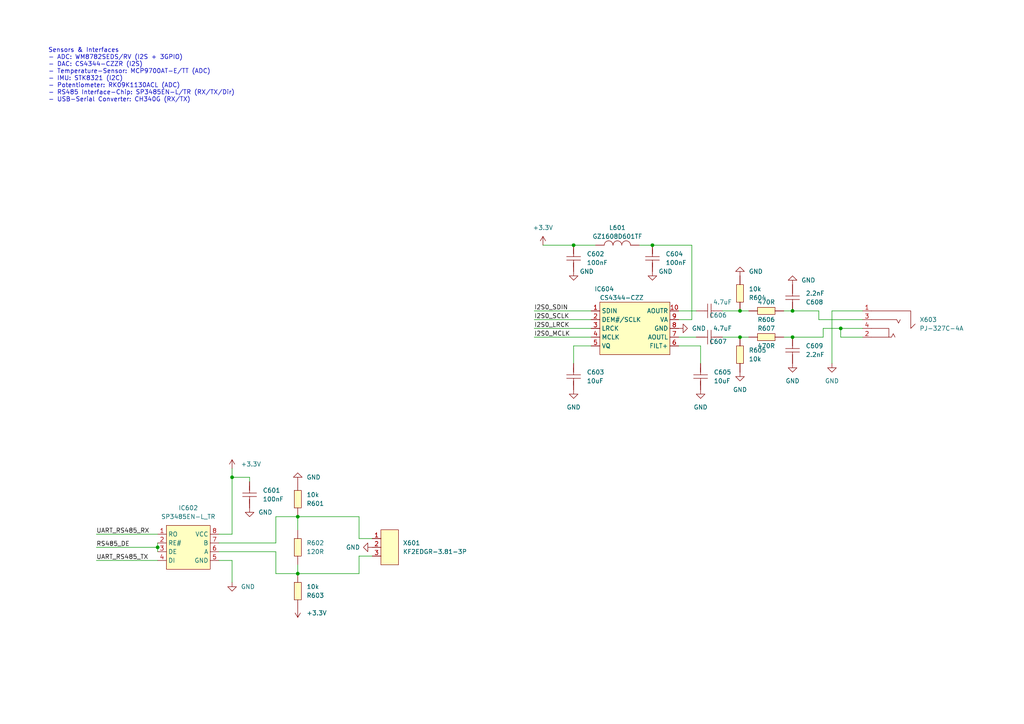
<source format=kicad_sch>
(kicad_sch (version 20211123) (generator eeschema)
  (paper "A4")
  (title_block (title "EduboardV2 Baseboard") (date "2022-06-05") (rev "1") (company "Juventus Technikerschule"))
  (lib_symbols
    (symbol "+3.3V_1" (power) (pin_names (offset 0))
      (property "Value" "+3.3V_1" (at 0 5.08 0))
      (symbol "+3.3V_1_0_1"
        (polyline (pts (xy -0.762 1.27) (xy 0 2.54)))
        (polyline (pts (xy 0 0) (xy 0 2.54)))
        (polyline (pts (xy 0 2.54) (xy 0.762 1.27)))
      )
      (symbol "+3.3V_1_1_1"
        (pin power_out line (at 0 0 90) (length 0) hide (name "+3.3V") (number "1"))
      )
    )
    (symbol "+3.3V_2" (power) (pin_names (offset 0))
      (property "Value" "+3.3V_2" (at 0 5.08 0))
      (symbol "+3.3V_2_0_1"
        (polyline (pts (xy -0.762 1.27) (xy 0 2.54)))
        (polyline (pts (xy 0 0) (xy 0 2.54)))
        (polyline (pts (xy 0 2.54) (xy 0.762 1.27)))
      )
      (symbol "+3.3V_2_1_1"
        (pin power_out line (at 0 0 90) (length 0) hide (name "+3.3V") (number "1"))
      )
    )
    (symbol "GND_1" (power) (pin_names (offset 0))
      (property "Value" "GND_1" (at 0 -5.08 0))
      (symbol "GND_1_0_1"
        (polyline (pts (xy 0 0) (xy 0 -1.27) (xy 1.27 -1.27) (xy 0 -2.54) (xy -1.27 -1.27) (xy 0 -1.27)))
      )
      (symbol "GND_1_1_1"
        (pin power_out line (at 0 0 270) (length 0) hide (name "GND") (number "1"))
      )
    )
    (symbol "GND_10" (power) (pin_names (offset 0))
      (property "Value" "GND_10" (at 0 -5.08 0))
      (symbol "GND_10_0_1"
        (polyline (pts (xy 0 0) (xy 0 -1.27) (xy 1.27 -1.27) (xy 0 -2.54) (xy -1.27 -1.27) (xy 0 -1.27)))
      )
      (symbol "GND_10_1_1"
        (pin power_out line (at 0 0 270) (length 0) hide (name "GND") (number "1"))
      )
    )
    (symbol "GND_11" (power) (pin_names (offset 0))
      (property "Value" "GND_11" (at 0 -5.08 0))
      (symbol "GND_11_0_1"
        (polyline (pts (xy 0 0) (xy 0 -1.27) (xy 1.27 -1.27) (xy 0 -2.54) (xy -1.27 -1.27) (xy 0 -1.27)))
      )
      (symbol "GND_11_1_1"
        (pin power_out line (at 0 0 270) (length 0) hide (name "GND") (number "1"))
      )
    )
    (symbol "GND_12" (power) (pin_names (offset 0))
      (property "Value" "GND_12" (at 0 -5.08 0))
      (symbol "GND_12_0_1"
        (polyline (pts (xy 0 0) (xy 0 -1.27) (xy 1.27 -1.27) (xy 0 -2.54) (xy -1.27 -1.27) (xy 0 -1.27)))
      )
      (symbol "GND_12_1_1"
        (pin power_out line (at 0 0 270) (length 0) hide (name "GND") (number "1"))
      )
    )
    (symbol "GND_13" (power) (pin_names (offset 0))
      (property "Value" "GND_13" (at 0 -5.08 0))
      (symbol "GND_13_0_1"
        (polyline (pts (xy 0 0) (xy 0 -1.27) (xy 1.27 -1.27) (xy 0 -2.54) (xy -1.27 -1.27) (xy 0 -1.27)))
      )
      (symbol "GND_13_1_1"
        (pin power_out line (at 0 0 270) (length 0) hide (name "GND") (number "1"))
      )
    )
    (symbol "GND_2" (power) (pin_names (offset 0))
      (property "Value" "GND_2" (at 0 -5.08 0))
      (symbol "GND_2_0_1"
        (polyline (pts (xy 0 0) (xy 0 -1.27) (xy 1.27 -1.27) (xy 0 -2.54) (xy -1.27 -1.27) (xy 0 -1.27)))
      )
      (symbol "GND_2_1_1"
        (pin power_out line (at 0 0 270) (length 0) hide (name "GND") (number "1"))
      )
    )
    (symbol "GND_3" (power) (pin_names (offset 0))
      (property "Value" "GND_3" (at 0 -5.08 0))
      (symbol "GND_3_0_1"
        (polyline (pts (xy 0 0) (xy 0 -1.27) (xy 1.27 -1.27) (xy 0 -2.54) (xy -1.27 -1.27) (xy 0 -1.27)))
      )
      (symbol "GND_3_1_1"
        (pin power_out line (at 0 0 270) (length 0) hide (name "GND") (number "1"))
      )
    )
    (symbol "GND_4" (power) (pin_names (offset 0))
      (property "Value" "GND_4" (at 0 -5.08 0))
      (symbol "GND_4_0_1"
        (polyline (pts (xy 0 0) (xy 0 -1.27) (xy 1.27 -1.27) (xy 0 -2.54) (xy -1.27 -1.27) (xy 0 -1.27)))
      )
      (symbol "GND_4_1_1"
        (pin power_out line (at 0 0 270) (length 0) hide (name "GND") (number "1"))
      )
    )
    (symbol "GND_5" (power) (pin_names (offset 0))
      (property "Value" "GND_5" (at 0 -5.08 0))
      (symbol "GND_5_0_1"
        (polyline (pts (xy 0 0) (xy 0 -1.27) (xy 1.27 -1.27) (xy 0 -2.54) (xy -1.27 -1.27) (xy 0 -1.27)))
      )
      (symbol "GND_5_1_1"
        (pin power_out line (at 0 0 270) (length 0) hide (name "GND") (number "1"))
      )
    )
    (symbol "GND_6" (power) (pin_names (offset 0))
      (property "Value" "GND_6" (at 0 -5.08 0))
      (symbol "GND_6_0_1"
        (polyline (pts (xy 0 0) (xy 0 -1.27) (xy 1.27 -1.27) (xy 0 -2.54) (xy -1.27 -1.27) (xy 0 -1.27)))
      )
      (symbol "GND_6_1_1"
        (pin power_out line (at 0 0 270) (length 0) hide (name "GND") (number "1"))
      )
    )
    (symbol "GND_7" (power) (pin_names (offset 0))
      (property "Value" "GND_7" (at 0 -5.08 0))
      (symbol "GND_7_0_1"
        (polyline (pts (xy 0 0) (xy 0 -1.27) (xy 1.27 -1.27) (xy 0 -2.54) (xy -1.27 -1.27) (xy 0 -1.27)))
      )
      (symbol "GND_7_1_1"
        (pin power_out line (at 0 0 270) (length 0) hide (name "GND") (number "1"))
      )
    )
    (symbol "GND_8" (power) (pin_names (offset 0))
      (property "Value" "GND_8" (at 0 -5.08 0))
      (symbol "GND_8_0_1"
        (polyline (pts (xy 0 0) (xy 0 -1.27) (xy 1.27 -1.27) (xy 0 -2.54) (xy -1.27 -1.27) (xy 0 -1.27)))
      )
      (symbol "GND_8_1_1"
        (pin power_out line (at 0 0 270) (length 0) hide (name "GND") (number "1"))
      )
    )
    (symbol "GND_9" (power) (pin_names (offset 0))
      (property "Value" "GND_9" (at 0 -5.08 0))
      (symbol "GND_9_0_1"
        (polyline (pts (xy 0 0) (xy 0 -1.27) (xy 1.27 -1.27) (xy 0 -2.54) (xy -1.27 -1.27) (xy 0 -1.27)))
      )
      (symbol "GND_9_1_1"
        (pin power_out line (at 0 0 270) (length 0) hide (name "GND") (number "1"))
      )
    )
    (symbol "eduboardv2:+3.3V" (power) (pin_names (offset 0))
      (property "Value" "+3.3V" (at 0 5.08 0))
      (symbol "+3.3V_0_1"
        (polyline (pts (xy -0.762 1.27) (xy 0 2.54)))
        (polyline (pts (xy 0 0) (xy 0 2.54)))
        (polyline (pts (xy 0 2.54) (xy 0.762 1.27)))
      )
      (symbol "+3.3V_1_1"
        (pin power_out line (at 0 0 90) (length 0) hide (name "+3.3V") (number "1"))
      )
    )
    (symbol "eduboardv2:0402B222K500NT" (pin_numbers hide) (pin_names hide)
      (property "Reference" "C?" (at 0 5.08 0))
      (property "Value" "0402B222K500NT" (at 0 -5.08 0))
      (symbol "0402B222K500NT_0_1"
        (polyline (pts (xy -1.27 0) (xy -0.508 0)))
        (polyline (pts (xy -0.508 2.032) (xy -0.508 -2.032)))
        (polyline (pts (xy 0.508 0) (xy 1.27 0)))
        (polyline (pts (xy 0.508 2.032) (xy 0.508 -2.032)))
        (pin passive line (at -3.81 0 0) (length 2.54) (name "1") (number "1"))
        (pin passive line (at 3.81 0 180) (length 2.54) (name "2") (number "2"))
      )
    )
    (symbol "eduboardv2:0402WGF1002TCE" (pin_numbers hide) (pin_names hide)
      (property "Reference" "R?" (at 0 5.08 0))
      (property "Value" "0402WGF1002TCE" (at 0 -5.08 0))
      (symbol "0402WGF1002TCE_0_1"
        (rectangle (start -2.54 1.02) (end 2.54 -1.02) (fill (type background)))
        (pin passive line (at -5.08 0 0) (length 2.54) (name "1") (number "1"))
        (pin passive line (at 5.08 0 180) (length 2.54) (name "2") (number "2"))
      )
    )
    (symbol "eduboardv2:0402WGF1200TCE" (pin_numbers hide) (pin_names hide)
      (property "Reference" "R?" (at 0 5.08 0))
      (property "Value" "0402WGF1200TCE" (at 0 -5.08 0))
      (symbol "0402WGF1200TCE_0_1"
        (rectangle (start -2.54 1.02) (end 2.54 -1.02) (fill (type background)))
        (pin passive line (at -5.08 0 0) (length 2.54) (name "1") (number "1"))
        (pin passive line (at 5.08 0 180) (length 2.54) (name "2") (number "2"))
      )
    )
    (symbol "eduboardv2:0402WGF4700TCE" (pin_numbers hide) (pin_names hide)
      (property "Reference" "R?" (at 0 5.08 0))
      (property "Value" "0402WGF4700TCE" (at 0 -5.08 0))
      (symbol "0402WGF4700TCE_0_1"
        (rectangle (start -2.54 1.02) (end 2.54 -1.02) (fill (type background)))
        (pin passive line (at -5.08 0 0) (length 2.54) (name "1") (number "1"))
        (pin passive line (at 5.08 0 180) (length 2.54) (name "2") (number "2"))
      )
    )
    (symbol "eduboardv2:CL05B104KB54PNC" (pin_numbers hide) (pin_names hide)
      (property "Reference" "C?" (at 0 5.08 0))
      (property "Value" "CL05B104KB54PNC" (at 0 -5.08 0))
      (symbol "CL05B104KB54PNC_0_1"
        (polyline (pts (xy -0.508 0) (xy -2.54 0)))
        (polyline (pts (xy -0.508 2.032) (xy -0.508 -2.032)))
        (polyline (pts (xy 0.508 -2.032) (xy 0.508 2.032)))
        (polyline (pts (xy 2.54 0) (xy 0.508 0)))
        (pin passive line (at -3.81 0 0) (length 2.54) (name "1") (number "1"))
        (pin passive line (at 3.81 0 180) (length 2.54) (name "2") (number "2"))
      )
    )
    (symbol "eduboardv2:CL10A106MA8NRNC" (pin_numbers hide) (pin_names hide)
      (property "Reference" "C?" (at 0 5.08 0))
      (property "Value" "CL10A106MA8NRNC" (at 0 -5.08 0))
      (symbol "CL10A106MA8NRNC_0_1"
        (polyline (pts (xy -0.508 -2.032) (xy -0.508 2.032)))
        (polyline (pts (xy -0.508 0) (xy -2.54 0)))
        (polyline (pts (xy 0.508 2.032) (xy 0.508 -2.032)))
        (polyline (pts (xy 2.54 0) (xy 0.508 0)))
        (pin passive line (at -3.81 0 0) (length 2.54) (name "1") (number "1"))
        (pin passive line (at 3.81 0 180) (length 2.54) (name "2") (number "2"))
      )
    )
    (symbol "eduboardv2:CL10A475KO8NNNC" (pin_numbers hide) (pin_names hide)
      (property "Reference" "C?" (at 0 5.08 0))
      (property "Value" "CL10A475KO8NNNC" (at 0 -5.08 0))
      (symbol "CL10A475KO8NNNC_0_1"
        (polyline (pts (xy -1.27 0) (xy -0.508 0)))
        (polyline (pts (xy -0.508 2.032) (xy -0.508 -2.032)))
        (polyline (pts (xy 0.508 0) (xy 1.27 0)))
        (polyline (pts (xy 0.508 2.032) (xy 0.508 -2.032)))
        (pin passive line (at -3.81 0 0) (length 2.54) (name "1") (number "1"))
        (pin passive line (at 3.81 0 180) (length 2.54) (name "2") (number "2"))
      )
    )
    (symbol "eduboardv2:CS4344-CZZ"
      (property "Reference" "U?" (at 0 10.16 0))
      (property "Value" "CS4344-CZZ" (at 0 -10.16 0))
      (symbol "CS4344-CZZ_0_1"
        (rectangle (start -10.16 7.62) (end 10.16 -7.62) (fill (type background)))
        (pin passive line (at -12.7 5.08 0) (length 2.54) (name "SDIN") (number "1"))
        (pin passive line (at 12.7 5.08 180) (length 2.54) (name "AOUTR") (number "10"))
        (pin passive line (at -12.7 2.54 0) (length 2.54) (name "DEM#/SCLK") (number "2"))
        (pin passive line (at -12.7 0 0) (length 2.54) (name "LRCK") (number "3"))
        (pin passive line (at -12.7 -2.54 0) (length 2.54) (name "MCLK") (number "4"))
        (pin passive line (at -12.7 -5.08 0) (length 2.54) (name "VQ") (number "5"))
        (pin passive line (at 12.7 -5.08 180) (length 2.54) (name "FILT+") (number "6"))
        (pin passive line (at 12.7 -2.54 180) (length 2.54) (name "AOUTL") (number "7"))
        (pin passive line (at 12.7 0 180) (length 2.54) (name "GND") (number "8"))
        (pin passive line (at 12.7 2.54 180) (length 2.54) (name "VA") (number "9"))
      )
    )
    (symbol "eduboardv2:GND" (power) (pin_names (offset 0))
      (property "Value" "GND" (at 0 -5.08 0))
      (symbol "GND_0_1"
        (polyline (pts (xy 0 0) (xy 0 -1.27) (xy 1.27 -1.27) (xy 0 -2.54) (xy -1.27 -1.27) (xy 0 -1.27)))
      )
      (symbol "GND_1_1"
        (pin power_out line (at 0 0 270) (length 0) hide (name "GND") (number "1"))
      )
    )
    (symbol "eduboardv2:GZ1608D601TF" (pin_numbers hide)
      (property "Reference" "L?" (at 0 5.08 0))
      (property "Value" "GZ1608D601TF" (at 0 -5.08 0))
      (symbol "GZ1608D601TF_0_1"
        (arc (start -2.54 1.2702) (mid -3.438 0.8981) (end -3.8099 0.0001))
        (arc (start -1.2699 0.0001) (mid -1.6419 0.8981) (end -2.5399 1.2701))
        (arc (start 0 1.2702) (mid -0.898 0.8981) (end -1.2699 0.0001))
        (arc (start 1.2701 0.0001) (mid 0.8981 0.8981) (end 0.0001 1.2701))
        (arc (start 2.54 1.2702) (mid 1.642 0.8981) (end 1.2701 0.0001))
        (arc (start 3.8101 0.0001) (mid 3.4381 0.8981) (end 2.5401 1.2701))
        (pin passive line (at -6.35 0 0) (length 2.54) (name "") (number "1"))
        (pin passive line (at 6.35 0 180) (length 2.54) (name "") (number "2"))
      )
    )
    (symbol "eduboardv2:KF2EDGR-3.81-3P" (pin_names hide)
      (property "Reference" "CN?" (at 0 7.62 0))
      (property "Value" "KF2EDGR-3.81-3P" (at 0 -7.62 0))
      (symbol "KF2EDGR-3.81-3P_0_1"
        (rectangle (start -2.54 5.08) (end 2.54 -5.08) (fill (type background)))
        (pin passive line (at -5.08 2.54 0) (length 2.54) (name "1") (number "1"))
        (pin passive line (at -5.08 0 0) (length 2.54) (name "2") (number "2"))
        (pin passive line (at -5.08 -2.54 0) (length 2.54) (name "3") (number "3"))
      )
    )
    (symbol "eduboardv2:PJ-327C-4A" (pin_names hide)
      (property "Reference" "Audio?" (at 0 7.62 0))
      (property "Value" "PJ-327C-4A" (at 0 -10.16 0))
      (symbol "PJ-327C-4A_0_1"
        (polyline (pts (xy 3.81 -5.08) (xy -2.032 -5.08) (xy -2.54 -4.064) (xy -3.048 -5.08)))
        (polyline (pts (xy 3.81 -2.54) (xy -0.762 -2.54) (xy -1.27 -2.54) (xy -1.27 -5.08)))
        (polyline (pts (xy 3.81 0) (xy -3.556 0) (xy -4.064 -1.016) (xy -4.572 0)))
        (polyline (pts (xy 3.81 2.54) (xy -7.62 2.54) (xy -7.62 -2.54) (xy -8.89 -1.27)))
        (pin passive line (at 6.35 2.54 180) (length 2.54) (name "1") (number "1"))
        (pin passive line (at 6.35 -5.08 180) (length 2.54) (name "2") (number "2"))
        (pin passive line (at 6.35 0 180) (length 2.54) (name "3") (number "3"))
        (pin passive line (at 6.35 -2.54 180) (length 2.54) (name "4") (number "4"))
      )
    )
    (symbol "eduboardv2:SP3485EN-L_TR"
      (property "Reference" "U?" (at 0 8.89 0))
      (property "Value" "SP3485EN-L/TR" (at 0 -8.89 0))
      (symbol "SP3485EN-L_TR_0_1"
        (rectangle (start -6.35 6.35) (end 6.35 -6.35) (fill (type background)))
        (pin passive line (at -8.89 3.81 0) (length 2.54) (name "RO") (number "1"))
        (pin passive line (at -8.89 1.27 0) (length 2.54) (name "RE#") (number "2"))
        (pin passive line (at -8.89 -1.27 0) (length 2.54) (name "DE") (number "3"))
        (pin passive line (at -8.89 -3.81 0) (length 2.54) (name "DI") (number "4"))
        (pin passive line (at 8.89 -3.81 180) (length 2.54) (name "GND") (number "5"))
        (pin passive line (at 8.89 -1.27 180) (length 2.54) (name "A") (number "6"))
        (pin passive line (at 8.89 1.27 180) (length 2.54) (name "B") (number "7"))
        (pin passive line (at 8.89 3.81 180) (length 2.54) (name "VCC") (number "8"))
      )
    )
  )
  (junction (at 229.87 90.17))
  (junction (at 67.31 138.43))
  (junction (at 243.84 95.25))
  (junction (at 86.36 149.86))
  (junction (at 166.37 71.12))
  (junction (at 229.87 97.79))
  (junction (at 189.23 71.12))
  (junction (at 214.63 90.17))
  (junction (at 86.36 166.37))
  (junction (at 45.72 158.75))
  (junction (at 214.63 97.79))
  (wire (pts (xy 63.5 154.94) (xy 67.31 154.94)))
  (wire (pts (xy 214.63 97.79) (xy 217.17 97.79)))
  (wire (pts (xy 237.49 90.17) (xy 229.87 90.17)))
  (wire (pts (xy 250.19 92.71) (xy 237.49 92.71)))
  (wire (pts (xy 238.76 97.79) (xy 229.87 97.79)))
  (wire (pts (xy 63.5 162.56) (xy 67.31 162.56)))
  (wire (pts (xy 214.63 90.17) (xy 217.17 90.17)))
  (wire (pts (xy 27.94 154.94) (xy 45.72 154.94)))
  (wire (pts (xy 166.37 71.12) (xy 172.72 71.12)))
  (wire (pts (xy 250.19 95.25) (xy 243.84 95.25)))
  (wire (pts (xy 27.94 162.56) (xy 45.72 162.56)))
  (wire (pts (xy 104.14 156.21) (xy 104.14 149.86)))
  (wire (pts (xy 67.31 162.56) (xy 67.31 168.91)))
  (wire (pts (xy 227.33 90.17) (xy 229.87 90.17)))
  (wire (pts (xy 107.95 161.29) (xy 104.14 161.29)))
  (wire (pts (xy 80.01 166.37) (xy 86.36 166.37)))
  (wire (pts (xy 104.14 161.29) (xy 104.14 166.37)))
  (wire (pts (xy 80.01 157.48) (xy 80.01 149.86)))
  (wire (pts (xy 154.94 95.25) (xy 171.45 95.25)))
  (wire (pts (xy 86.36 163.83) (xy 86.36 166.37)))
  (wire (pts (xy 196.85 97.79) (xy 201.93 97.79)))
  (wire (pts (xy 67.31 138.43) (xy 72.39 138.43)))
  (wire (pts (xy 80.01 149.86) (xy 86.36 149.86)))
  (wire (pts (xy 45.72 157.48) (xy 45.72 158.75)))
  (wire (pts (xy 238.76 95.25) (xy 238.76 97.79)))
  (wire (pts (xy 67.31 154.94) (xy 67.31 138.43)))
  (wire (pts (xy 166.37 100.33) (xy 166.37 105.41)))
  (wire (pts (xy 171.45 100.33) (xy 166.37 100.33)))
  (wire (pts (xy 86.36 166.37) (xy 104.14 166.37)))
  (wire (pts (xy 200.66 71.12) (xy 200.66 92.71)))
  (wire (pts (xy 67.31 138.43) (xy 67.31 135.89)))
  (wire (pts (xy 63.5 157.48) (xy 80.01 157.48)))
  (wire (pts (xy 209.55 97.79) (xy 214.63 97.79)))
  (wire (pts (xy 243.84 97.79) (xy 243.84 95.25)))
  (wire (pts (xy 196.85 90.17) (xy 201.93 90.17)))
  (wire (pts (xy 86.36 149.86) (xy 86.36 153.67)))
  (wire (pts (xy 241.3 90.17) (xy 241.3 105.41)))
  (wire (pts (xy 104.14 149.86) (xy 86.36 149.86)))
  (wire (pts (xy 203.2 100.33) (xy 203.2 105.41)))
  (wire (pts (xy 107.95 156.21) (xy 104.14 156.21)))
  (wire (pts (xy 196.85 92.71) (xy 200.66 92.71)))
  (wire (pts (xy 227.33 97.79) (xy 229.87 97.79)))
  (wire (pts (xy 154.94 92.71) (xy 171.45 92.71)))
  (wire (pts (xy 189.23 71.12) (xy 200.66 71.12)))
  (wire (pts (xy 45.72 158.75) (xy 45.72 160.02)))
  (wire (pts (xy 63.5 160.02) (xy 80.01 160.02)))
  (wire (pts (xy 196.85 100.33) (xy 203.2 100.33)))
  (wire (pts (xy 185.42 71.12) (xy 189.23 71.12)))
  (wire (pts (xy 154.94 90.17) (xy 171.45 90.17)))
  (wire (pts (xy 243.84 95.25) (xy 238.76 95.25)))
  (wire (pts (xy 27.94 158.75) (xy 45.72 158.75)))
  (wire (pts (xy 237.49 92.71) (xy 237.49 90.17)))
  (wire (pts (xy 72.39 139.7) (xy 72.39 138.43)))
  (wire (pts (xy 209.55 90.17) (xy 214.63 90.17)))
  (wire (pts (xy 157.48 71.12) (xy 166.37 71.12)))
  (wire (pts (xy 154.94 97.79) (xy 171.45 97.79)))
  (wire (pts (xy 250.19 90.17) (xy 241.3 90.17)))
  (wire (pts (xy 250.19 97.79) (xy 243.84 97.79)))
  (wire (pts (xy 80.01 160.02) (xy 80.01 166.37)))
  (text "Sensors & Interfaces\n- ADC: WM8782SEDS/RV (I2S + 3GPIO)\n- DAC: CS4344-CZZR (I2S)\n- Temperature-Sensor: MCP9700AT-E/TT (ADC)\n- IMU: STK8321 (I2C)\n- Potentiometer: RK09K1130ACL (ADC)\n- RS485 Interface-Chip: SP3485EN-L/TR (RX/TX/Dir)\n- USB-Serial Converter: CH340G (RX/TX)\n\n" (at 13.97 31.75 0) (effects (font (size 1.27 1.27)) (justify left bottom)))
  (label "I2S0_LRCK" (at 154.94 95.25 0))
  (label "UART_RS485_TX" (at 27.94 162.56 0))
  (label "UART_RS485_RX" (at 27.94 154.94 0))
  (label "I2S0_SCLK" (at 154.94 92.71 0))
  (label "I2S0_SDIN" (at 154.94 90.17 0))
  (label "I2S0_MCLK" (at 154.94 97.79 0))
  (label "RS485_DE" (at 27.94 158.75 0))
  (symbol (lib_id "eduboardv2:CL10A106MA8NRNC") (at 203.2 109.22 90) (unit 1)
    (property "Reference" "C605" (at 207.01 107.9499 90) (effects (justify right)))
    (property "Value" "10uF" (at 207.01 110.4899 90) (effects (justify right)))
    (property "Footprint" "C0603" (effects hide))
    (property "Datasheet" "https://lcsc.com/product-detail/Multilayer-Ceramic-Capacitors-MLCC-SMD-SMT_SAMSUNG_CL10A106MA8NRNC_10uF-106-20-25V_C96446.html" (effects hide))
    (property "Manufacturer" "SAMSUNG" (effects hide))
    (property "LCSC Part" "C96446" (effects hide))
    (property "JLC Part" "Basic Part" (effects hide))
    (property "MPN" "CL10A106MA8NRNC" (effects hide))
  )
  (symbol (lib_id "eduboardv2:CL05B104KB54PNC") (at 166.37 74.93 90) (unit 1)
    (property "Reference" "C602" (at 170.18 73.6599 90) (effects (justify right)))
    (property "Value" "100nF" (at 170.18 76.1999 90) (effects (justify right)))
    (property "Footprint" "C0402" (effects hide))
    (property "Datasheet" "https://lcsc.com/product-detail/Others_Samsung-Electro-Mechanics_CL05B104KB54PNC_Samsung-Electro-Mechanics-CL05B104KB54PNC_C307331.html" (effects hide))
    (property "Manufacturer" "Samsung Electro-Mechanics" (effects hide))
    (property "LCSC Part" "C307331" (effects hide))
    (property "JLC Part" "Basic Part" (effects hide))
    (property "MPN" "CL05B104KB54PNC" (effects hide))
  )
  (symbol (lib_id "eduboardv2:GND") (at 229.87 105.41 0) (unit 1)
    (property "Reference" "#PWR0616" (effects hide))
    (property "Value" "GND" (at 229.87 110.49 0))
  )
  (symbol (lib_name "GND_4") (lib_id "eduboardv2:GND") (at 203.2 113.03 0) (unit 1)
    (property "Reference" "#PWR0612" (effects hide))
    (property "Value" "GND" (at 203.2 118.11 0))
  )
  (symbol (lib_name "GND_9") (lib_id "eduboardv2:GND") (at 86.36 139.7 180) (unit 1)
    (property "Reference" "#PWR0604" (effects hide))
    (property "Value" "GND" (at 88.9 138.4299 0) (effects (justify right)))
  )
  (symbol (lib_id "eduboardv2:0402WGF1002TCE") (at 214.63 85.09 90) (mirror x) (unit 1)
    (property "Reference" "R604" (at 217.17 86.3601 90) (effects (justify right)))
    (property "Value" "10k" (at 217.17 83.8201 90) (effects (justify right)))
    (property "Footprint" "R0402" (effects hide))
    (property "Datasheet" "https://lcsc.com/product-detail/Chip-Resistor-Surface-Mount-UniOhm_10KR-1002-1_C25744.html" (effects hide))
    (property "Manufacturer" "UniOhm" (effects hide))
    (property "LCSC Part" "C25744" (effects hide))
    (property "JLC Part" "Basic Part" (effects hide))
    (property "MPN" "0402WGF1002TCE" (effects hide))
  )
  (symbol (lib_id "eduboardv2:CL10A475KO8NNNC") (at 205.74 90.17 0) (unit 1)
    (property "Reference" "C606" (at 208.28 91.44 0))
    (property "Value" "4.7uF" (at 209.55 87.63 0))
    (property "Footprint" "C0603" (effects hide))
    (property "Datasheet" "https://lcsc.com/product-detail/Multilayer-Ceramic-Capacitors-MLCC-SMD-SMT_SAMSUNG_CL10A475KO8NNNC_4-7uF-475-10-16V_C19666.html" (effects hide))
    (property "Manufacturer" "SAMSUNG" (effects hide))
    (property "LCSC Part" "C19666" (effects hide))
    (property "JLC Part" "Basic Part" (effects hide))
    (property "MPN" "CL10A475KO8NNNC" (effects hide))
  )
  (symbol (lib_name "GND_12") (lib_id "eduboardv2:GND") (at 241.3 105.41 0) (unit 1)
    (property "Reference" "#PWR0617" (effects hide))
    (property "Value" "GND" (at 241.3 110.49 0))
  )
  (symbol (lib_id "eduboardv2:SP3485EN-L_TR") (at 54.61 158.75 0) (unit 1)
    (property "Reference" "IC602" (at 54.61 147.32 0))
    (property "Value" "SP3485EN-L_TR" (at 54.61 149.86 0))
    (property "Footprint" "SOIC-8_L5.0-W4.0-P1.27-LS6.0-BL" (effects hide))
    (property "Datasheet" "https://lcsc.com/product-detail/RS-485-RS-422_SIPEX_SP3485EN-L-TR_SP3485EN-L-TR_C8963.html" (effects hide))
    (property "Manufacturer" "EXAR" (effects hide))
    (property "LCSC Part" "C8963" (effects hide))
    (property "JLC Part" "Basic Part" (effects hide))
    (property "MPN" "SP3485EN-L/TR" (effects hide))
  )
  (symbol (lib_id "eduboardv2:CL05B104KB54PNC") (at 72.39 143.51 90) (unit 1)
    (property "Reference" "C601" (at 76.2 142.2399 90) (effects (justify right)))
    (property "Value" "100nF" (at 76.2 144.7799 90) (effects (justify right)))
    (property "Footprint" "C0402" (effects hide))
    (property "Datasheet" "https://lcsc.com/product-detail/Others_Samsung-Electro-Mechanics_CL05B104KB54PNC_Samsung-Electro-Mechanics-CL05B104KB54PNC_C307331.html" (effects hide))
    (property "Manufacturer" "Samsung Electro-Mechanics" (effects hide))
    (property "LCSC Part" "C307331" (effects hide))
    (property "JLC Part" "Basic Part" (effects hide))
    (property "MPN" "CL05B104KB54PNC" (effects hide))
  )
  (symbol (lib_name "GND_13") (lib_id "eduboardv2:GND") (at 214.63 80.01 180) (unit 1)
    (property "Reference" "#PWR0613" (effects hide))
    (property "Value" "GND" (at 217.17 78.7399 0) (effects (justify right)))
  )
  (symbol (lib_id "eduboardv2:KF2EDGR-3.81-3P") (at 113.03 158.75 0) (unit 1)
    (property "Reference" "X601" (at 116.84 157.4799 0) (effects (justify left)))
    (property "Value" "KF2EDGR-3.81-3P" (at 116.84 160.0199 0) (effects (justify left)))
    (property "Footprint" "CONN-TH_3P-P3.81_KF2EDGR-3.81-3P" (effects hide))
    (property "Datasheet" "https://lcsc.com/product-detail/Pluggable-System-Terminal-Block_Cixi-Kefa-Elec-KF2EDGR-3-81-3P_C441183.html" (effects hide))
    (property "Manufacturer" "Cixi Kefa Elec" (effects hide))
    (property "LCSC Part" "C441183" (effects hide))
    (property "JLC Part" "Extended Part" (effects hide))
    (property "MPN" "KF2EDGR-3.81-3P" (effects hide))
  )
  (symbol (lib_name "GND_3") (lib_id "eduboardv2:GND") (at 166.37 78.74 0) (unit 1)
    (property "Reference" "#PWR0608" (effects hide))
    (property "Value" "GND" (at 170.18 78.74 0))
  )
  (symbol (lib_name "GND_8") (lib_id "eduboardv2:GND") (at 67.31 168.91 0) (unit 1)
    (property "Reference" "#PWR0602" (effects hide))
    (property "Value" "GND" (at 69.85 170.1799 0) (effects (justify left)))
  )
  (symbol (lib_id "eduboardv2:0402WGF4700TCE") (at 222.25 90.17 0) (mirror y) (unit 1)
    (property "Reference" "R606" (at 222.25 92.71 0))
    (property "Value" "470R" (at 222.25 87.63 0))
    (property "Footprint" "R0402" (effects hide))
    (property "Datasheet" "https://lcsc.com/product-detail/Chip-Resistor-Surface-Mount-UniOhm_470R-4700-1_C25117.html" (effects hide))
    (property "Manufacturer" "UniOhm" (effects hide))
    (property "LCSC Part" "C25117" (effects hide))
    (property "JLC Part" "Basic Part" (effects hide))
    (property "MPN" "0402WGF4700TCE" (effects hide))
  )
  (symbol (lib_id "eduboardv2:GZ1608D601TF") (at 179.07 71.12 0) (unit 1)
    (property "Reference" "L601" (at 179.07 66.04 0))
    (property "Value" "GZ1608D601TF" (at 179.07 68.58 0))
    (property "Footprint" "L0603" (effects hide))
    (property "Datasheet" "https://lcsc.com/product-detail/Ferrite-Beads-And-Chips_600R-25-100MHz_C1002.html" (effects hide))
    (property "Manufacturer" "Sunlord" (effects hide))
    (property "LCSC Part" "C1002" (effects hide))
    (property "JLC Part" "Basic Part" (effects hide))
    (property "MPN" "GZ1608D601TF" (effects hide))
  )
  (symbol (lib_name "GND_7") (lib_id "eduboardv2:GND") (at 107.95 158.75 270) (unit 1)
    (property "Reference" "#PWR0606" (effects hide))
    (property "Value" "GND" (at 100.33 158.75 90) (effects (justify left)))
  )
  (symbol (lib_id "eduboardv2:CL10A106MA8NRNC") (at 166.37 109.22 90) (unit 1)
    (property "Reference" "C603" (at 170.18 107.9499 90) (effects (justify right)))
    (property "Value" "10uF" (at 170.18 110.4899 90) (effects (justify right)))
    (property "Footprint" "C0603" (effects hide))
    (property "Datasheet" "https://lcsc.com/product-detail/Multilayer-Ceramic-Capacitors-MLCC-SMD-SMT_SAMSUNG_CL10A106MA8NRNC_10uF-106-20-25V_C96446.html" (effects hide))
    (property "Manufacturer" "SAMSUNG" (effects hide))
    (property "LCSC Part" "C96446" (effects hide))
    (property "JLC Part" "Basic Part" (effects hide))
    (property "MPN" "CL10A106MA8NRNC" (effects hide))
  )
  (symbol (lib_id "eduboardv2:0402WGF4700TCE") (at 222.25 97.79 180) (unit 1)
    (property "Reference" "R607" (at 222.25 95.25 0))
    (property "Value" "470R" (at 222.25 100.33 0))
    (property "Footprint" "R0402" (effects hide))
    (property "Datasheet" "https://lcsc.com/product-detail/Chip-Resistor-Surface-Mount-UniOhm_470R-4700-1_C25117.html" (effects hide))
    (property "Manufacturer" "UniOhm" (effects hide))
    (property "LCSC Part" "C25117" (effects hide))
    (property "JLC Part" "Basic Part" (effects hide))
    (property "MPN" "0402WGF4700TCE" (effects hide))
  )
  (symbol (lib_id "eduboardv2:0402WGF1002TCE") (at 86.36 171.45 90) (mirror x) (unit 1)
    (property "Reference" "R603" (at 88.9 172.7201 90) (effects (justify right)))
    (property "Value" "10k" (at 88.9 170.1801 90) (effects (justify right)))
    (property "Footprint" "R0402" (effects hide))
    (property "Datasheet" "https://lcsc.com/product-detail/Chip-Resistor-Surface-Mount-UniOhm_10KR-1002-1_C25744.html" (effects hide))
    (property "Manufacturer" "UniOhm" (effects hide))
    (property "LCSC Part" "C25744" (effects hide))
    (property "JLC Part" "Basic Part" (effects hide))
    (property "MPN" "0402WGF1002TCE" (effects hide))
  )
  (symbol (lib_id "eduboardv2:CL10A475KO8NNNC") (at 205.74 97.79 0) (unit 1)
    (property "Reference" "C607" (at 208.28 99.06 0))
    (property "Value" "4.7uF" (at 209.55 95.25 0))
    (property "Footprint" "C0603" (effects hide))
    (property "Datasheet" "https://lcsc.com/product-detail/Multilayer-Ceramic-Capacitors-MLCC-SMD-SMT_SAMSUNG_CL10A475KO8NNNC_4-7uF-475-10-16V_C19666.html" (effects hide))
    (property "Manufacturer" "SAMSUNG" (effects hide))
    (property "LCSC Part" "C19666" (effects hide))
    (property "JLC Part" "Basic Part" (effects hide))
    (property "MPN" "CL10A475KO8NNNC" (effects hide))
  )
  (symbol (lib_id "eduboardv2:CS4344-CZZ") (at 184.15 95.25 0) (unit 1)
    (property "Reference" "IC604" (at 175.26 83.82 0))
    (property "Value" "CS4344-CZZ" (at 180.34 86.36 0))
    (property "Footprint" "TSSOP-10_L3.0-W3.0-P0.50-LS4.9-BL" (effects hide))
    (property "Datasheet" "https://lcsc.com/product-detail/Digital-To-Analog-Converters-DACs_Cirrus-Logic_CS4344-CZZ_CS4344-CZZ_C8952.html" (effects hide))
    (property "Manufacturer" "Cirrus Logic" (effects hide))
    (property "LCSC Part" "C8952" (effects hide))
    (property "JLC Part" "Extended Part" (effects hide))
    (property "MPN" "CS4344-CZZ" (effects hide))
  )
  (symbol (lib_id "eduboardv2:PJ-327C-4A") (at 256.54 92.71 0) (mirror y) (unit 1)
    (property "Reference" "X603" (at 266.7 92.7099 0) (effects (justify right)))
    (property "Value" "PJ-327C-4A" (at 266.7 95.2499 0) (effects (justify right)))
    (property "Footprint" "AUDIO-SMD_PJ-327C-4A" (effects hide))
    (property "Datasheet" "https://lcsc.com/product-detail/Audio-Connectors_PJ-327C-4A_C145813.html" (effects hide))
    (property "Manufacturer" "HRO" (effects hide))
    (property "LCSC Part" "C145813" (effects hide))
    (property "JLC Part" "Extended Part" (effects hide))
    (property "MPN" "PJ-327C-4A" (effects hide))
  )
  (symbol (lib_id "eduboardv2:CL05B104KB54PNC") (at 189.23 74.93 90) (unit 1)
    (property "Reference" "C604" (at 193.04 73.6599 90) (effects (justify right)))
    (property "Value" "100nF" (at 193.04 76.1999 90) (effects (justify right)))
    (property "Footprint" "C0402" (effects hide))
    (property "Datasheet" "https://lcsc.com/product-detail/Others_Samsung-Electro-Mechanics_CL05B104KB54PNC_Samsung-Electro-Mechanics-CL05B104KB54PNC_C307331.html" (effects hide))
    (property "Manufacturer" "Samsung Electro-Mechanics" (effects hide))
    (property "LCSC Part" "C307331" (effects hide))
    (property "JLC Part" "Basic Part" (effects hide))
    (property "MPN" "CL05B104KB54PNC" (effects hide))
  )
  (symbol (lib_id "eduboardv2:+3.3V") (at 67.31 135.89 0) (unit 1)
    (property "Reference" "#PWR0601" (effects hide))
    (property "Value" "+3.3V" (at 69.85 134.6199 0) (effects (justify left)))
  )
  (symbol (lib_id "eduboardv2:0402WGF1002TCE") (at 214.63 102.87 90) (unit 1)
    (property "Reference" "R605" (at 217.17 101.5999 90) (effects (justify right)))
    (property "Value" "10k" (at 217.17 104.1399 90) (effects (justify right)))
    (property "Footprint" "R0402" (effects hide))
    (property "Datasheet" "https://lcsc.com/product-detail/Chip-Resistor-Surface-Mount-UniOhm_10KR-1002-1_C25744.html" (effects hide))
    (property "Manufacturer" "UniOhm" (effects hide))
    (property "LCSC Part" "C25744" (effects hide))
    (property "JLC Part" "Basic Part" (effects hide))
    (property "MPN" "0402WGF1002TCE" (effects hide))
  )
  (symbol (lib_name "GND_2") (lib_id "eduboardv2:GND") (at 196.85 95.25 90) (unit 1)
    (property "Reference" "#PWR0611" (effects hide))
    (property "Value" "GND" (at 200.66 95.2499 90) (effects (justify right)))
  )
  (symbol (lib_name "GND_11") (lib_id "eduboardv2:GND") (at 229.87 82.55 180) (unit 1)
    (property "Reference" "#PWR0615" (effects hide))
    (property "Value" "GND" (at 232.41 81.2799 0) (effects (justify right)))
  )
  (symbol (lib_name "GND_6") (lib_id "eduboardv2:GND") (at 189.23 78.74 0) (unit 1)
    (property "Reference" "#PWR0610" (effects hide))
    (property "Value" "GND" (at 193.04 78.74 0))
  )
  (symbol (lib_name "GND_1") (lib_id "eduboardv2:GND") (at 166.37 113.03 0) (unit 1)
    (property "Reference" "#PWR0609" (effects hide))
    (property "Value" "GND" (at 166.37 118.11 0))
  )
  (symbol (lib_id "eduboardv2:0402B222K500NT") (at 229.87 86.36 90) (mirror x) (unit 1)
    (property "Reference" "C608" (at 233.68 87.6301 90) (effects (justify right)))
    (property "Value" "2.2nF" (at 233.68 85.0901 90) (effects (justify right)))
    (property "Footprint" "C0402" (effects hide))
    (property "Datasheet" "https://lcsc.com/product-detail/Multilayer-Ceramic-Capacitors-MLCC-SMD-SMT_2-2nF-222-10-50V_C1531.html" (effects hide))
    (property "Manufacturer" "FH" (effects hide))
    (property "LCSC Part" "C1531" (effects hide))
    (property "JLC Part" "Basic Part" (effects hide))
    (property "MPN" "0402B222K500NT" (effects hide))
  )
  (symbol (lib_name "GND_5") (lib_id "eduboardv2:GND") (at 214.63 107.95 0) (unit 1)
    (property "Reference" "#PWR0614" (effects hide))
    (property "Value" "GND" (at 214.63 113.03 0))
  )
  (symbol (lib_name "+3.3V_2") (lib_id "eduboardv2:+3.3V") (at 86.36 176.53 180) (unit 1)
    (property "Reference" "#PWR0605" (effects hide))
    (property "Value" "+3.3V" (at 88.9 177.7999 0) (effects (justify right)))
  )
  (symbol (lib_id "eduboardv2:0402WGF1200TCE") (at 86.36 158.75 90) (unit 1)
    (property "Reference" "R602" (at 88.9 157.4799 90) (effects (justify right)))
    (property "Value" "120R" (at 88.9 160.0199 90) (effects (justify right)))
    (property "Footprint" "R0402" (effects hide))
    (property "Datasheet" "https://lcsc.com/product-detail/Chip-Resistor-Surface-Mount-UniOhm_120R-1200-1_C25079.html" (effects hide))
    (property "Manufacturer" "UniOhm" (effects hide))
    (property "LCSC Part" "C25079" (effects hide))
    (property "JLC Part" "Basic Part" (effects hide))
    (property "MPN" "0402WGF1200TCE" (effects hide))
  )
  (symbol (lib_name "+3.3V_1") (lib_id "eduboardv2:+3.3V") (at 157.48 71.12 0) (unit 1)
    (property "Reference" "#PWR0607" (effects hide))
    (property "Value" "+3.3V" (at 157.48 66.04 0))
  )
  (symbol (lib_id "eduboardv2:0402WGF1002TCE") (at 86.36 144.78 90) (mirror x) (unit 1)
    (property "Reference" "R601" (at 88.9 146.0501 90) (effects (justify right)))
    (property "Value" "10k" (at 88.9 143.5101 90) (effects (justify right)))
    (property "Footprint" "R0402" (effects hide))
    (property "Datasheet" "https://lcsc.com/product-detail/Chip-Resistor-Surface-Mount-UniOhm_10KR-1002-1_C25744.html" (effects hide))
    (property "Manufacturer" "UniOhm" (effects hide))
    (property "LCSC Part" "C25744" (effects hide))
    (property "JLC Part" "Basic Part" (effects hide))
    (property "MPN" "0402WGF1002TCE" (effects hide))
  )
  (symbol (lib_name "GND_10") (lib_id "eduboardv2:GND") (at 72.39 147.32 0) (unit 1)
    (property "Reference" "#PWR0603" (effects hide))
    (property "Value" "GND" (at 74.93 148.5899 0) (effects (justify left)))
  )
  (symbol (lib_id "eduboardv2:0402B222K500NT") (at 229.87 101.6 90) (unit 1)
    (property "Reference" "C609" (at 233.68 100.3299 90) (effects (justify right)))
    (property "Value" "2.2nF" (at 233.68 102.8699 90) (effects (justify right)))
    (property "Footprint" "C0402" (effects hide))
    (property "Datasheet" "https://lcsc.com/product-detail/Multilayer-Ceramic-Capacitors-MLCC-SMD-SMT_2-2nF-222-10-50V_C1531.html" (effects hide))
    (property "Manufacturer" "FH" (effects hide))
    (property "LCSC Part" "C1531" (effects hide))
    (property "JLC Part" "Basic Part" (effects hide))
    (property "MPN" "0402B222K500NT" (effects hide))
  )
)
</source>
